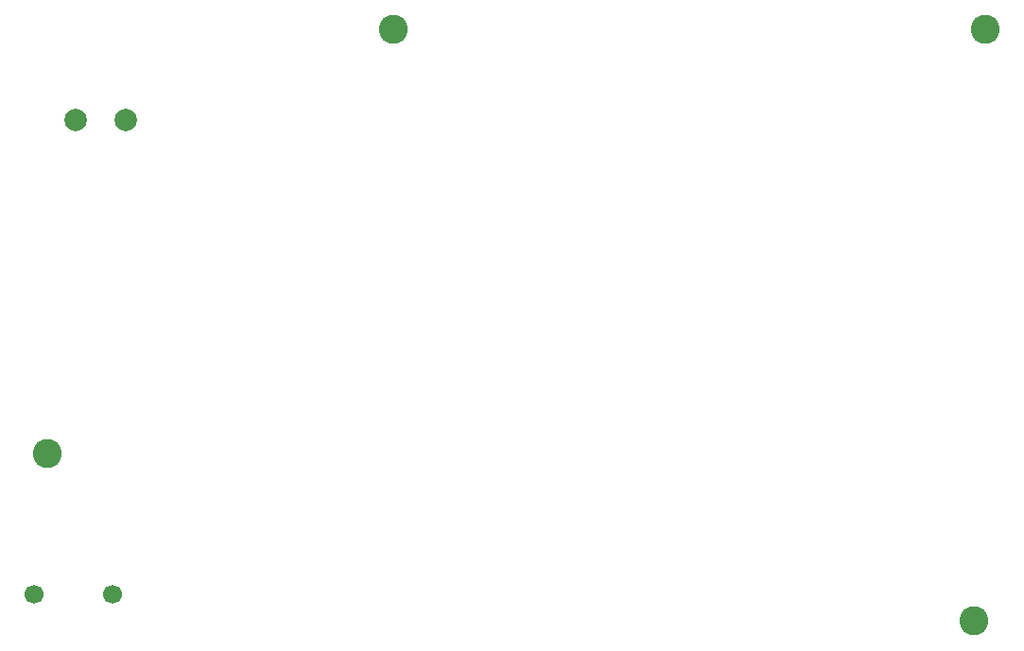
<source format=gbr>
%TF.GenerationSoftware,KiCad,Pcbnew,8.0.0*%
%TF.CreationDate,2024-05-13T13:12:57+03:00*%
%TF.ProjectId,led-zeppelin-board,6c65642d-7a65-4707-9065-6c696e2d626f,rev?*%
%TF.SameCoordinates,Original*%
%TF.FileFunction,Plated,1,2,PTH,Drill*%
%TF.FilePolarity,Positive*%
%FSLAX46Y46*%
G04 Gerber Fmt 4.6, Leading zero omitted, Abs format (unit mm)*
G04 Created by KiCad (PCBNEW 8.0.0) date 2024-05-13 13:12:57*
%MOMM*%
%LPD*%
G01*
G04 APERTURE LIST*
%TA.AperFunction,ComponentDrill*%
%ADD10C,1.700000*%
%TD*%
%TA.AperFunction,ComponentDrill*%
%ADD11C,2.000000*%
%TD*%
%TA.AperFunction,ComponentDrill*%
%ADD12C,2.600000*%
%TD*%
G04 APERTURE END LIST*
D10*
%TO.C,J7*%
X35800000Y-109600000D03*
X42800000Y-109600000D03*
D11*
%TO.C,J2*%
X39500000Y-67100000D03*
X44000000Y-67100000D03*
D12*
%TO.C,H1*%
X37000000Y-97000000D03*
%TO.C,H2*%
X68000000Y-59000000D03*
%TO.C,H3*%
X120000000Y-112000000D03*
%TO.C,H2*%
X121000000Y-59000000D03*
M02*

</source>
